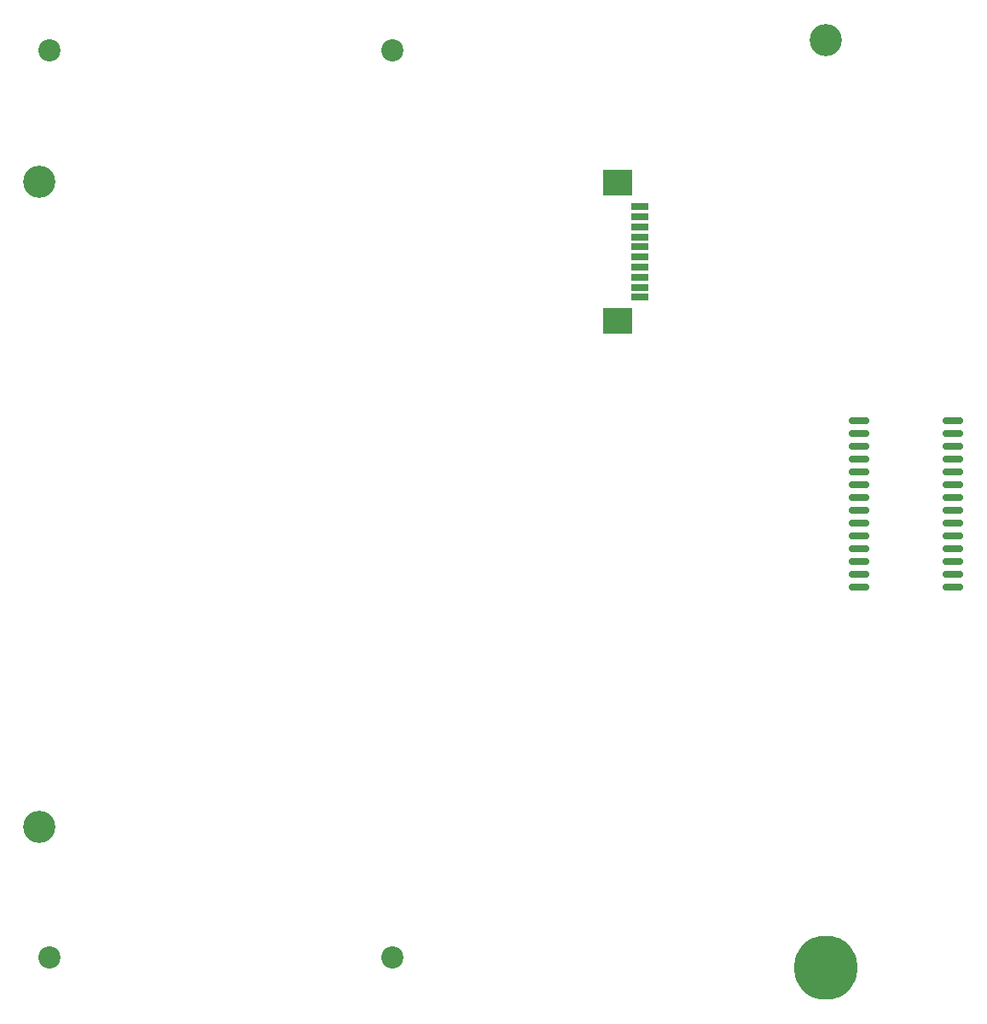
<source format=gbr>
%TF.GenerationSoftware,KiCad,Pcbnew,8.0.6-8.0.6-0~ubuntu24.04.1*%
%TF.CreationDate,2024-10-27T19:43:51+03:00*%
%TF.ProjectId,PM-Keybard,504d2d4b-6579-4626-9172-642e6b696361,rev?*%
%TF.SameCoordinates,Original*%
%TF.FileFunction,Soldermask,Bot*%
%TF.FilePolarity,Negative*%
%FSLAX46Y46*%
G04 Gerber Fmt 4.6, Leading zero omitted, Abs format (unit mm)*
G04 Created by KiCad (PCBNEW 8.0.6-8.0.6-0~ubuntu24.04.1) date 2024-10-27 19:43:51*
%MOMM*%
%LPD*%
G01*
G04 APERTURE LIST*
G04 Aperture macros list*
%AMRoundRect*
0 Rectangle with rounded corners*
0 $1 Rounding radius*
0 $2 $3 $4 $5 $6 $7 $8 $9 X,Y pos of 4 corners*
0 Add a 4 corners polygon primitive as box body*
4,1,4,$2,$3,$4,$5,$6,$7,$8,$9,$2,$3,0*
0 Add four circle primitives for the rounded corners*
1,1,$1+$1,$2,$3*
1,1,$1+$1,$4,$5*
1,1,$1+$1,$6,$7*
1,1,$1+$1,$8,$9*
0 Add four rect primitives between the rounded corners*
20,1,$1+$1,$2,$3,$4,$5,0*
20,1,$1+$1,$4,$5,$6,$7,0*
20,1,$1+$1,$6,$7,$8,$9,0*
20,1,$1+$1,$8,$9,$2,$3,0*%
G04 Aperture macros list end*
%ADD10C,2.200000*%
%ADD11C,3.200000*%
%ADD12O,6.350000X6.350000*%
%ADD13RoundRect,0.150000X-0.875000X-0.150000X0.875000X-0.150000X0.875000X0.150000X-0.875000X0.150000X0*%
%ADD14R,1.803400X0.635000*%
%ADD15R,2.997200X2.590800*%
G04 APERTURE END LIST*
D10*
%TO.C,U2*%
X-11000000Y45000000D03*
X-11000000Y-45000000D03*
X-45000000Y45000000D03*
X-45000000Y-45000000D03*
%TD*%
D11*
%TO.C,H2*%
X32000000Y46000000D03*
%TD*%
D12*
%TO.C,PE1*%
X32000000Y-46000000D03*
%TD*%
D11*
%TO.C,H1*%
X-46000000Y32000000D03*
%TD*%
%TO.C,H3*%
X-46000000Y-32000000D03*
%TD*%
D13*
%TO.C,U1*%
X35350000Y-8255000D03*
X35350000Y-6985000D03*
X35350000Y-5715000D03*
X35350000Y-4445000D03*
X35350000Y-3175000D03*
X35350000Y-1905000D03*
X35350000Y-635000D03*
X35350000Y635000D03*
X35350000Y1905000D03*
X35350000Y3175000D03*
X35350000Y4445000D03*
X35350000Y5715000D03*
X35350000Y6985000D03*
X35350000Y8255000D03*
X44650000Y8255000D03*
X44650000Y6985000D03*
X44650000Y5715000D03*
X44650000Y4445000D03*
X44650000Y3175000D03*
X44650000Y1905000D03*
X44650000Y635000D03*
X44650000Y-635000D03*
X44650000Y-1905000D03*
X44650000Y-3175000D03*
X44650000Y-4445000D03*
X44650000Y-5715000D03*
X44650000Y-6985000D03*
X44650000Y-8255000D03*
%TD*%
D14*
%TO.C,J1*%
X13556000Y20500009D03*
X13556000Y21500007D03*
X13556000Y22500005D03*
X13556000Y23500003D03*
X13556000Y24500001D03*
X13556000Y25499999D03*
X13556000Y26499997D03*
X13556000Y27499995D03*
X13556000Y28499993D03*
X13556000Y29499991D03*
D15*
X11385999Y18149998D03*
X11385999Y31850002D03*
%TD*%
M02*

</source>
